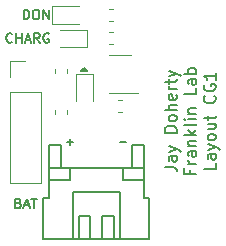
<source format=gbr>
G04 #@! TF.GenerationSoftware,KiCad,Pcbnew,(5.0.0-3-g5ebb6b6)*
G04 #@! TF.CreationDate,2020-02-18T17:20:26-05:00*
G04 #@! TF.ProjectId,Project,50726F6A6563742E6B696361645F7063,rev?*
G04 #@! TF.SameCoordinates,Original*
G04 #@! TF.FileFunction,Legend,Top*
G04 #@! TF.FilePolarity,Positive*
%FSLAX46Y46*%
G04 Gerber Fmt 4.6, Leading zero omitted, Abs format (unit mm)*
G04 Created by KiCad (PCBNEW (5.0.0-3-g5ebb6b6)) date Tuesday, February 18, 2020 at 05:20:26 PM*
%MOMM*%
%LPD*%
G01*
G04 APERTURE LIST*
%ADD10C,0.150000*%
%ADD11C,0.120000*%
G04 APERTURE END LIST*
D10*
X105000000Y-100500000D02*
X104750000Y-100750000D01*
X105250000Y-100750000D02*
X105000000Y-100500000D01*
X104750000Y-100750000D02*
X105250000Y-100750000D01*
X111802380Y-108880952D02*
X112516666Y-108880952D01*
X112659523Y-108928571D01*
X112754761Y-109023809D01*
X112802380Y-109166666D01*
X112802380Y-109261904D01*
X112802380Y-107976190D02*
X112278571Y-107976190D01*
X112183333Y-108023809D01*
X112135714Y-108119047D01*
X112135714Y-108309523D01*
X112183333Y-108404761D01*
X112754761Y-107976190D02*
X112802380Y-108071428D01*
X112802380Y-108309523D01*
X112754761Y-108404761D01*
X112659523Y-108452380D01*
X112564285Y-108452380D01*
X112469047Y-108404761D01*
X112421428Y-108309523D01*
X112421428Y-108071428D01*
X112373809Y-107976190D01*
X112135714Y-107595238D02*
X112802380Y-107357142D01*
X112135714Y-107119047D02*
X112802380Y-107357142D01*
X113040476Y-107452380D01*
X113088095Y-107500000D01*
X113135714Y-107595238D01*
X112802380Y-105976190D02*
X111802380Y-105976190D01*
X111802380Y-105738095D01*
X111850000Y-105595238D01*
X111945238Y-105500000D01*
X112040476Y-105452380D01*
X112230952Y-105404761D01*
X112373809Y-105404761D01*
X112564285Y-105452380D01*
X112659523Y-105500000D01*
X112754761Y-105595238D01*
X112802380Y-105738095D01*
X112802380Y-105976190D01*
X112802380Y-104833333D02*
X112754761Y-104928571D01*
X112707142Y-104976190D01*
X112611904Y-105023809D01*
X112326190Y-105023809D01*
X112230952Y-104976190D01*
X112183333Y-104928571D01*
X112135714Y-104833333D01*
X112135714Y-104690476D01*
X112183333Y-104595238D01*
X112230952Y-104547619D01*
X112326190Y-104500000D01*
X112611904Y-104500000D01*
X112707142Y-104547619D01*
X112754761Y-104595238D01*
X112802380Y-104690476D01*
X112802380Y-104833333D01*
X112802380Y-104071428D02*
X111802380Y-104071428D01*
X112802380Y-103642857D02*
X112278571Y-103642857D01*
X112183333Y-103690476D01*
X112135714Y-103785714D01*
X112135714Y-103928571D01*
X112183333Y-104023809D01*
X112230952Y-104071428D01*
X112754761Y-102785714D02*
X112802380Y-102880952D01*
X112802380Y-103071428D01*
X112754761Y-103166666D01*
X112659523Y-103214285D01*
X112278571Y-103214285D01*
X112183333Y-103166666D01*
X112135714Y-103071428D01*
X112135714Y-102880952D01*
X112183333Y-102785714D01*
X112278571Y-102738095D01*
X112373809Y-102738095D01*
X112469047Y-103214285D01*
X112802380Y-102309523D02*
X112135714Y-102309523D01*
X112326190Y-102309523D02*
X112230952Y-102261904D01*
X112183333Y-102214285D01*
X112135714Y-102119047D01*
X112135714Y-102023809D01*
X112135714Y-101833333D02*
X112135714Y-101452380D01*
X111802380Y-101690476D02*
X112659523Y-101690476D01*
X112754761Y-101642857D01*
X112802380Y-101547619D01*
X112802380Y-101452380D01*
X112135714Y-101214285D02*
X112802380Y-100976190D01*
X112135714Y-100738095D02*
X112802380Y-100976190D01*
X113040476Y-101071428D01*
X113088095Y-101119047D01*
X113135714Y-101214285D01*
X113928571Y-109119047D02*
X113928571Y-109452380D01*
X114452380Y-109452380D02*
X113452380Y-109452380D01*
X113452380Y-108976190D01*
X114452380Y-108595238D02*
X113785714Y-108595238D01*
X113976190Y-108595238D02*
X113880952Y-108547619D01*
X113833333Y-108500000D01*
X113785714Y-108404761D01*
X113785714Y-108309523D01*
X114452380Y-107547619D02*
X113928571Y-107547619D01*
X113833333Y-107595238D01*
X113785714Y-107690476D01*
X113785714Y-107880952D01*
X113833333Y-107976190D01*
X114404761Y-107547619D02*
X114452380Y-107642857D01*
X114452380Y-107880952D01*
X114404761Y-107976190D01*
X114309523Y-108023809D01*
X114214285Y-108023809D01*
X114119047Y-107976190D01*
X114071428Y-107880952D01*
X114071428Y-107642857D01*
X114023809Y-107547619D01*
X113785714Y-107071428D02*
X114452380Y-107071428D01*
X113880952Y-107071428D02*
X113833333Y-107023809D01*
X113785714Y-106928571D01*
X113785714Y-106785714D01*
X113833333Y-106690476D01*
X113928571Y-106642857D01*
X114452380Y-106642857D01*
X114452380Y-106166666D02*
X113452380Y-106166666D01*
X114071428Y-106071428D02*
X114452380Y-105785714D01*
X113785714Y-105785714D02*
X114166666Y-106166666D01*
X114452380Y-105214285D02*
X114404761Y-105309523D01*
X114309523Y-105357142D01*
X113452380Y-105357142D01*
X114452380Y-104833333D02*
X113785714Y-104833333D01*
X113452380Y-104833333D02*
X113500000Y-104880952D01*
X113547619Y-104833333D01*
X113500000Y-104785714D01*
X113452380Y-104833333D01*
X113547619Y-104833333D01*
X113785714Y-104357142D02*
X114452380Y-104357142D01*
X113880952Y-104357142D02*
X113833333Y-104309523D01*
X113785714Y-104214285D01*
X113785714Y-104071428D01*
X113833333Y-103976190D01*
X113928571Y-103928571D01*
X114452380Y-103928571D01*
X114452380Y-102214285D02*
X114452380Y-102690476D01*
X113452380Y-102690476D01*
X114452380Y-101452380D02*
X113928571Y-101452380D01*
X113833333Y-101500000D01*
X113785714Y-101595238D01*
X113785714Y-101785714D01*
X113833333Y-101880952D01*
X114404761Y-101452380D02*
X114452380Y-101547619D01*
X114452380Y-101785714D01*
X114404761Y-101880952D01*
X114309523Y-101928571D01*
X114214285Y-101928571D01*
X114119047Y-101880952D01*
X114071428Y-101785714D01*
X114071428Y-101547619D01*
X114023809Y-101452380D01*
X114452380Y-100976190D02*
X113452380Y-100976190D01*
X113833333Y-100976190D02*
X113785714Y-100880952D01*
X113785714Y-100690476D01*
X113833333Y-100595238D01*
X113880952Y-100547619D01*
X113976190Y-100500000D01*
X114261904Y-100500000D01*
X114357142Y-100547619D01*
X114404761Y-100595238D01*
X114452380Y-100690476D01*
X114452380Y-100880952D01*
X114404761Y-100976190D01*
X116102380Y-108571428D02*
X116102380Y-109047619D01*
X115102380Y-109047619D01*
X116102380Y-107809523D02*
X115578571Y-107809523D01*
X115483333Y-107857142D01*
X115435714Y-107952380D01*
X115435714Y-108142857D01*
X115483333Y-108238095D01*
X116054761Y-107809523D02*
X116102380Y-107904761D01*
X116102380Y-108142857D01*
X116054761Y-108238095D01*
X115959523Y-108285714D01*
X115864285Y-108285714D01*
X115769047Y-108238095D01*
X115721428Y-108142857D01*
X115721428Y-107904761D01*
X115673809Y-107809523D01*
X115435714Y-107428571D02*
X116102380Y-107190476D01*
X115435714Y-106952380D02*
X116102380Y-107190476D01*
X116340476Y-107285714D01*
X116388095Y-107333333D01*
X116435714Y-107428571D01*
X116102380Y-106428571D02*
X116054761Y-106523809D01*
X116007142Y-106571428D01*
X115911904Y-106619047D01*
X115626190Y-106619047D01*
X115530952Y-106571428D01*
X115483333Y-106523809D01*
X115435714Y-106428571D01*
X115435714Y-106285714D01*
X115483333Y-106190476D01*
X115530952Y-106142857D01*
X115626190Y-106095238D01*
X115911904Y-106095238D01*
X116007142Y-106142857D01*
X116054761Y-106190476D01*
X116102380Y-106285714D01*
X116102380Y-106428571D01*
X115435714Y-105238095D02*
X116102380Y-105238095D01*
X115435714Y-105666666D02*
X115959523Y-105666666D01*
X116054761Y-105619047D01*
X116102380Y-105523809D01*
X116102380Y-105380952D01*
X116054761Y-105285714D01*
X116007142Y-105238095D01*
X115435714Y-104904761D02*
X115435714Y-104523809D01*
X115102380Y-104761904D02*
X115959523Y-104761904D01*
X116054761Y-104714285D01*
X116102380Y-104619047D01*
X116102380Y-104523809D01*
X116007142Y-102857142D02*
X116054761Y-102904761D01*
X116102380Y-103047619D01*
X116102380Y-103142857D01*
X116054761Y-103285714D01*
X115959523Y-103380952D01*
X115864285Y-103428571D01*
X115673809Y-103476190D01*
X115530952Y-103476190D01*
X115340476Y-103428571D01*
X115245238Y-103380952D01*
X115150000Y-103285714D01*
X115102380Y-103142857D01*
X115102380Y-103047619D01*
X115150000Y-102904761D01*
X115197619Y-102857142D01*
X115150000Y-101904761D02*
X115102380Y-102000000D01*
X115102380Y-102142857D01*
X115150000Y-102285714D01*
X115245238Y-102380952D01*
X115340476Y-102428571D01*
X115530952Y-102476190D01*
X115673809Y-102476190D01*
X115864285Y-102428571D01*
X115959523Y-102380952D01*
X116054761Y-102285714D01*
X116102380Y-102142857D01*
X116102380Y-102047619D01*
X116054761Y-101904761D01*
X116007142Y-101857142D01*
X115673809Y-101857142D01*
X115673809Y-102047619D01*
X116102380Y-100904761D02*
X116102380Y-101476190D01*
X116102380Y-101190476D02*
X115102380Y-101190476D01*
X115245238Y-101285714D01*
X115340476Y-101380952D01*
X115388095Y-101476190D01*
X99409523Y-111942857D02*
X99523809Y-111980952D01*
X99561904Y-112019047D01*
X99600000Y-112095238D01*
X99600000Y-112209523D01*
X99561904Y-112285714D01*
X99523809Y-112323809D01*
X99447619Y-112361904D01*
X99142857Y-112361904D01*
X99142857Y-111561904D01*
X99409523Y-111561904D01*
X99485714Y-111600000D01*
X99523809Y-111638095D01*
X99561904Y-111714285D01*
X99561904Y-111790476D01*
X99523809Y-111866666D01*
X99485714Y-111904761D01*
X99409523Y-111942857D01*
X99142857Y-111942857D01*
X99904761Y-112133333D02*
X100285714Y-112133333D01*
X99828571Y-112361904D02*
X100095238Y-111561904D01*
X100361904Y-112361904D01*
X100514285Y-111561904D02*
X100971428Y-111561904D01*
X100742857Y-112361904D02*
X100742857Y-111561904D01*
X98876309Y-98285714D02*
X98838214Y-98323809D01*
X98723928Y-98361904D01*
X98647738Y-98361904D01*
X98533452Y-98323809D01*
X98457261Y-98247619D01*
X98419166Y-98171428D01*
X98381071Y-98019047D01*
X98381071Y-97904761D01*
X98419166Y-97752380D01*
X98457261Y-97676190D01*
X98533452Y-97600000D01*
X98647738Y-97561904D01*
X98723928Y-97561904D01*
X98838214Y-97600000D01*
X98876309Y-97638095D01*
X99219166Y-98361904D02*
X99219166Y-97561904D01*
X99219166Y-97942857D02*
X99676309Y-97942857D01*
X99676309Y-98361904D02*
X99676309Y-97561904D01*
X100019166Y-98133333D02*
X100400119Y-98133333D01*
X99942976Y-98361904D02*
X100209642Y-97561904D01*
X100476309Y-98361904D01*
X101200119Y-98361904D02*
X100933452Y-97980952D01*
X100742976Y-98361904D02*
X100742976Y-97561904D01*
X101047738Y-97561904D01*
X101123928Y-97600000D01*
X101162023Y-97638095D01*
X101200119Y-97714285D01*
X101200119Y-97828571D01*
X101162023Y-97904761D01*
X101123928Y-97942857D01*
X101047738Y-97980952D01*
X100742976Y-97980952D01*
X101962023Y-97600000D02*
X101885833Y-97561904D01*
X101771547Y-97561904D01*
X101657261Y-97600000D01*
X101581071Y-97676190D01*
X101542976Y-97752380D01*
X101504880Y-97904761D01*
X101504880Y-98019047D01*
X101542976Y-98171428D01*
X101581071Y-98247619D01*
X101657261Y-98323809D01*
X101771547Y-98361904D01*
X101847738Y-98361904D01*
X101962023Y-98323809D01*
X102000119Y-98285714D01*
X102000119Y-98019047D01*
X101847738Y-98019047D01*
X99866785Y-96361904D02*
X99866785Y-95561904D01*
X100057261Y-95561904D01*
X100171547Y-95600000D01*
X100247738Y-95676190D01*
X100285833Y-95752380D01*
X100323928Y-95904761D01*
X100323928Y-96019047D01*
X100285833Y-96171428D01*
X100247738Y-96247619D01*
X100171547Y-96323809D01*
X100057261Y-96361904D01*
X99866785Y-96361904D01*
X100819166Y-95561904D02*
X100971547Y-95561904D01*
X101047738Y-95600000D01*
X101123928Y-95676190D01*
X101162023Y-95828571D01*
X101162023Y-96095238D01*
X101123928Y-96247619D01*
X101047738Y-96323809D01*
X100971547Y-96361904D01*
X100819166Y-96361904D01*
X100742976Y-96323809D01*
X100666785Y-96247619D01*
X100628690Y-96095238D01*
X100628690Y-95828571D01*
X100666785Y-95676190D01*
X100742976Y-95600000D01*
X100819166Y-95561904D01*
X101504880Y-96361904D02*
X101504880Y-95561904D01*
X101962023Y-96361904D01*
X101962023Y-95561904D01*
G04 #@! TO.C,JSTPH1*
X108250000Y-110000000D02*
X110000000Y-110000000D01*
X108250000Y-109000000D02*
X108250000Y-110000000D01*
X103750000Y-110000000D02*
X102000000Y-110000000D01*
X103750000Y-109000000D02*
X103750000Y-110000000D01*
X103000000Y-107000000D02*
X102000000Y-107000000D01*
X110000000Y-107000000D02*
X109000000Y-107000000D01*
X101500000Y-115000000D02*
X102000000Y-115000000D01*
X101500000Y-111500000D02*
X101500000Y-115000000D01*
X102000000Y-111500000D02*
X101500000Y-111500000D01*
X110500000Y-115000000D02*
X110000000Y-115000000D01*
X110500000Y-111500000D02*
X110500000Y-115000000D01*
X110000000Y-111500000D02*
X110500000Y-111500000D01*
X103000000Y-107000000D02*
X103000000Y-109000000D01*
X102000000Y-107000000D02*
X102000000Y-109000000D01*
X109000000Y-107000000D02*
X109000000Y-109000000D01*
X110000000Y-109000000D02*
X110000000Y-107000000D01*
X104000000Y-111000000D02*
X108000000Y-111000000D01*
X102000000Y-109000000D02*
X102000000Y-111500000D01*
X110000000Y-109000000D02*
X110000000Y-111500000D01*
X108000000Y-111000000D02*
X108000000Y-115000000D01*
X104000000Y-115000000D02*
X104000000Y-111000000D01*
X107500000Y-113000000D02*
X107500000Y-115000000D01*
X106500000Y-113000000D02*
X107500000Y-113000000D01*
X106500000Y-115000000D02*
X106500000Y-113000000D01*
X105500000Y-113000000D02*
X105500000Y-115000000D01*
X104500000Y-113000000D02*
X105500000Y-113000000D01*
X104500000Y-115000000D02*
X104500000Y-113000000D01*
X108000000Y-106750000D02*
X108500000Y-106750000D01*
X103750000Y-106500000D02*
X103750000Y-107000000D01*
X103500000Y-106750000D02*
X104000000Y-106750000D01*
X102000000Y-109000000D02*
X110000000Y-109000000D01*
X106000000Y-115000000D02*
X110000000Y-115000000D01*
X106000000Y-115000000D02*
X102000000Y-115000000D01*
D11*
G04 #@! TO.C,C1*
X102490000Y-100950279D02*
X102490000Y-100624721D01*
X103510000Y-100950279D02*
X103510000Y-100624721D01*
G04 #@! TO.C,C2*
X103510000Y-104412779D02*
X103510000Y-104087221D01*
X102490000Y-104412779D02*
X102490000Y-104087221D01*
G04 #@! TO.C,CGU1*
X108900000Y-99390000D02*
X107100000Y-99390000D01*
X107100000Y-102610000D02*
X109550000Y-102610000D01*
G04 #@! TO.C,D2*
X105235000Y-97265000D02*
X102950000Y-97265000D01*
X105235000Y-98735000D02*
X105235000Y-97265000D01*
X102950000Y-98735000D02*
X105235000Y-98735000D01*
G04 #@! TO.C,J1*
X98670000Y-110200000D02*
X101330000Y-110200000D01*
X98670000Y-102520000D02*
X98670000Y-110200000D01*
X101330000Y-102520000D02*
X101330000Y-110200000D01*
X98670000Y-102520000D02*
X101330000Y-102520000D01*
X98670000Y-101250000D02*
X98670000Y-99920000D01*
X98670000Y-99920000D02*
X100000000Y-99920000D01*
G04 #@! TO.C,R2*
X107412779Y-98510000D02*
X107087221Y-98510000D01*
X107412779Y-97490000D02*
X107087221Y-97490000D01*
G04 #@! TO.C,R3*
X107412779Y-95490000D02*
X107087221Y-95490000D01*
X107412779Y-96510000D02*
X107087221Y-96510000D01*
G04 #@! TO.C,RREF1*
X108162779Y-104260000D02*
X107837221Y-104260000D01*
X108162779Y-103240000D02*
X107837221Y-103240000D01*
G04 #@! TO.C,D1*
X104265000Y-101015000D02*
X104265000Y-103300000D01*
X105735000Y-101015000D02*
X104265000Y-101015000D01*
X105735000Y-103300000D02*
X105735000Y-101015000D01*
G04 #@! TO.C,D3*
X104550000Y-95265000D02*
X102265000Y-95265000D01*
X102265000Y-95265000D02*
X102265000Y-96735000D01*
X102265000Y-96735000D02*
X104550000Y-96735000D01*
G04 #@! TD*
M02*

</source>
